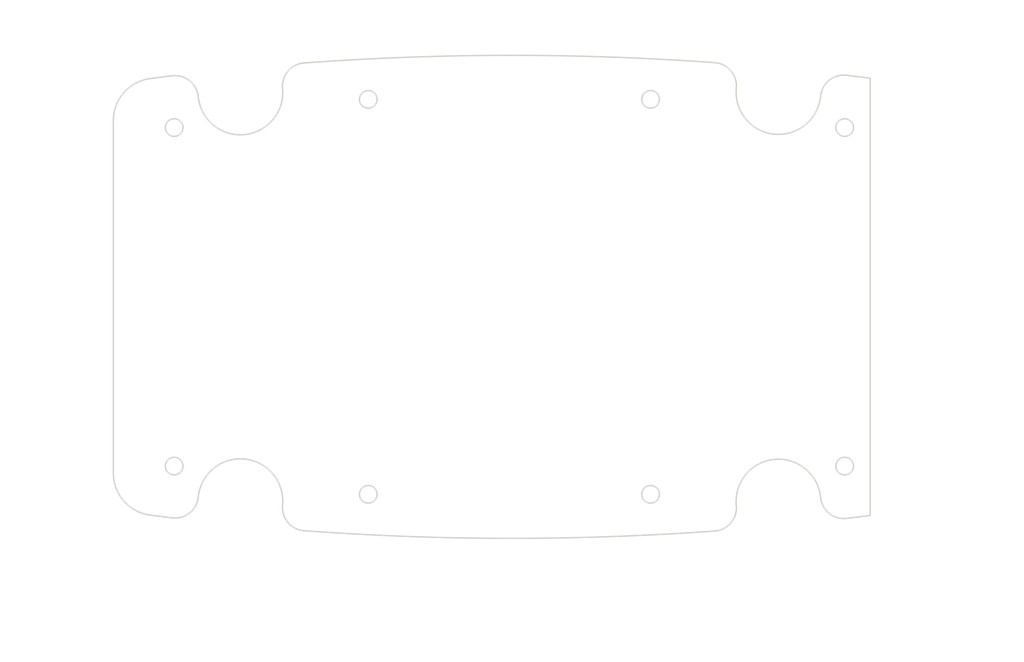
<source format=kicad_pcb>
(kicad_pcb (version 20171130) (host pcbnew "(5.1.0)-1")

  (general
    (thickness 1.6)
    (drawings 98)
    (tracks 0)
    (zones 0)
    (modules 0)
    (nets 1)
  )

  (page A4)
  (layers
    (0 F.Cu signal)
    (31 B.Cu signal)
    (32 B.Adhes user)
    (33 F.Adhes user)
    (34 B.Paste user)
    (35 F.Paste user)
    (36 B.SilkS user)
    (37 F.SilkS user)
    (38 B.Mask user)
    (39 F.Mask user)
    (40 Dwgs.User user)
    (41 Cmts.User user)
    (42 Eco1.User user)
    (43 Eco2.User user)
    (44 Edge.Cuts user)
    (45 Margin user)
    (46 B.CrtYd user)
    (47 F.CrtYd user)
    (48 B.Fab user)
    (49 F.Fab user)
  )

  (setup
    (last_trace_width 0.25)
    (trace_clearance 0.2)
    (zone_clearance 0.508)
    (zone_45_only no)
    (trace_min 0.2)
    (via_size 0.8)
    (via_drill 0.4)
    (via_min_size 0.4)
    (via_min_drill 0.3)
    (uvia_size 0.3)
    (uvia_drill 0.1)
    (uvias_allowed no)
    (uvia_min_size 0.2)
    (uvia_min_drill 0.1)
    (edge_width 0.05)
    (segment_width 0.2)
    (pcb_text_width 0.3)
    (pcb_text_size 1.5 1.5)
    (mod_edge_width 0.12)
    (mod_text_size 1 1)
    (mod_text_width 0.15)
    (pad_size 1.524 1.524)
    (pad_drill 0.762)
    (pad_to_mask_clearance 0.051)
    (solder_mask_min_width 0.25)
    (aux_axis_origin 0 0)
    (visible_elements FFFFFF7F)
    (pcbplotparams
      (layerselection 0x010fc_ffffffff)
      (usegerberextensions false)
      (usegerberattributes false)
      (usegerberadvancedattributes false)
      (creategerberjobfile false)
      (excludeedgelayer true)
      (linewidth 0.152400)
      (plotframeref false)
      (viasonmask false)
      (mode 1)
      (useauxorigin false)
      (hpglpennumber 1)
      (hpglpenspeed 20)
      (hpglpendiameter 15.000000)
      (psnegative false)
      (psa4output false)
      (plotreference true)
      (plotvalue true)
      (plotinvisibletext false)
      (padsonsilk false)
      (subtractmaskfromsilk false)
      (outputformat 1)
      (mirror false)
      (drillshape 1)
      (scaleselection 1)
      (outputdirectory ""))
  )

  (net 0 "")

  (net_class Default "This is the default net class."
    (clearance 0.2)
    (trace_width 0.25)
    (via_dia 0.8)
    (via_drill 0.4)
    (uvia_dia 0.3)
    (uvia_drill 0.1)
  )

  (gr_circle (center 96.160195 66.496648) (end 97.410195 66.496648) (layer Edge.Cuts) (width 0.2))
  (gr_circle (center 123.660195 62.496648) (end 124.910195 62.496648) (layer Edge.Cuts) (width 0.2))
  (gr_circle (center 163.660195 62.496648) (end 164.910195 62.496648) (layer Edge.Cuts) (width 0.2))
  (gr_circle (center 191.160195 66.496648) (end 192.410195 66.496648) (layer Edge.Cuts) (width 0.2))
  (gr_circle (center 96.160195 114.496648) (end 97.410195 114.496648) (layer Edge.Cuts) (width 0.2))
  (gr_circle (center 123.660195 118.496648) (end 124.910195 118.496648) (layer Edge.Cuts) (width 0.2))
  (gr_circle (center 163.660195 118.496648) (end 164.910195 118.496648) (layer Edge.Cuts) (width 0.2))
  (gr_circle (center 191.160195 114.496648) (end 192.410195 114.496648) (layer Edge.Cuts) (width 0.2))
  (gr_arc (start 143.967921 -274.759335) (end 114.557741 123.656642) (angle -8.354137156) (layer Edge.Cuts) (width 0.2))
  (gr_arc (start 114.800679 120.365597) (end 111.516242 120.045475) (angle -91.34502699) (layer Edge.Cuts) (width 0.2))
  (gr_arc (start 105.54454 119.463436) (end 111.516242 120.045475) (angle -180) (layer Edge.Cuts) (width 0.2))
  (gr_arc (start 96.288401 118.561276) (end 95.891272 121.837293) (angle -91.34502699) (layer Edge.Cuts) (width 0.2))
  (gr_arc (start 143.967921 -274.759335) (end 92.775695 121.447184) (angle -0.4503223373) (layer Edge.Cuts) (width 0.2))
  (gr_arc (start 93.54454 115.496648) (end 87.54454 115.496648) (angle -82.63783396) (layer Edge.Cuts) (width 0.2))
  (gr_line (start 87.54454 65.496648) (end 87.54454 115.496648) (layer Edge.Cuts) (width 0.2))
  (gr_arc (start 93.54454 65.496648) (end 92.775695 59.546112) (angle -82.63783396) (layer Edge.Cuts) (width 0.2))
  (gr_arc (start 143.967921 455.75263) (end 95.891272 59.156003) (angle -0.4503223373) (layer Edge.Cuts) (width 0.2))
  (gr_arc (start 96.288401 62.43202) (end 99.572837 62.111899) (angle -91.34502699) (layer Edge.Cuts) (width 0.2))
  (gr_arc (start 172.518314 120.410647) (end 172.756114 123.702068) (angle -91.34502699) (layer Edge.Cuts) (width 0.2))
  (gr_arc (start 181.77585 119.522937) (end 187.748454 118.950221) (angle -180) (layer Edge.Cuts) (width 0.2))
  (gr_arc (start 191.033386 118.635227) (end 187.748454 118.950221) (angle -91.34502699) (layer Edge.Cuts) (width 0.2))
  (gr_arc (start 143.967921 -274.759335) (end 191.4254 121.911861) (angle -0.4841945121) (layer Edge.Cuts) (width 0.2))
  (gr_line (start 194.77585 121.496648) (end 194.77585 59.496648) (layer Edge.Cuts) (width 0.2))
  (gr_arc (start 143.967921 455.75263) (end 194.77585 59.496648) (angle -0.4841945121) (layer Edge.Cuts) (width 0.2))
  (gr_arc (start 191.033386 62.358069) (end 191.4254 59.081436) (angle -91.34502699) (layer Edge.Cuts) (width 0.2))
  (gr_arc (start 181.77585 61.470359) (end 175.803246 60.897643) (angle -180) (layer Edge.Cuts) (width 0.2))
  (gr_arc (start 172.518314 60.582649) (end 175.803246 60.897643) (angle -91.34502699) (layer Edge.Cuts) (width 0.2))
  (gr_arc (start 143.967921 455.75263) (end 172.756114 57.291228) (angle -8.354137156) (layer Edge.Cuts) (width 0.2))
  (gr_arc (start 114.800679 60.627699) (end 114.557741 57.336654) (angle -91.34502699) (layer Edge.Cuts) (width 0.2))
  (gr_arc (start 105.54454 61.52986) (end 99.572837 62.111899) (angle -180) (layer Edge.Cuts) (width 0.2))
  (gr_text [.34] (at 81.711116 111.430849) (layer Dwgs.User)
    (effects (font (size 2 1.8) (thickness 0.25)))
  )
  (gr_text " 8.62" (at 81.711116 107.527985) (layer Dwgs.User)
    (effects (font (size 2 1.8) (thickness 0.25)))
  )
  (gr_line (start 87.54454 109.34913) (end 85.54454 109.34913) (layer Dwgs.User) (width 0.2))
  (gr_line (start 94.160195 109.34913) (end 89.54454 109.34913) (layer Dwgs.User) (width 0.2))
  (gr_line (start 96.160195 113.496648) (end 96.160195 106.17413) (layer Dwgs.User) (width 0.2))
  (gr_text [1.08] (at 177.410195 133.767616) (layer Dwgs.User)
    (effects (font (size 2 1.8) (thickness 0.25)))
  )
  (gr_text " 27.50" (at 177.410195 129.864751) (layer Dwgs.User)
    (effects (font (size 2 1.8) (thickness 0.25)))
  )
  (gr_line (start 165.660195 131.685897) (end 172.793005 131.685897) (layer Dwgs.User) (width 0.2))
  (gr_line (start 189.160195 131.685897) (end 182.027385 131.685897) (layer Dwgs.User) (width 0.2))
  (gr_line (start 163.660195 119.496648) (end 163.660195 134.860897) (layer Dwgs.User) (width 0.2))
  (gr_line (start 191.160195 115.496648) (end 191.160195 134.860897) (layer Dwgs.User) (width 0.2))
  (gr_text [2.20] (at 155.051688 92.054116) (layer Dwgs.User)
    (effects (font (size 2 1.8) (thickness 0.25)))
  )
  (gr_text " 56.00" (at 155.051688 88.151251) (layer Dwgs.User)
    (effects (font (size 2 1.8) (thickness 0.25)))
  )
  (gr_line (start 155.051688 116.496648) (end 155.051688 93.875262) (layer Dwgs.User) (width 0.2))
  (gr_line (start 155.051688 64.496648) (end 155.051688 86.069532) (layer Dwgs.User) (width 0.2))
  (gr_line (start 162.660195 118.496648) (end 151.876688 118.496648) (layer Dwgs.User) (width 0.2))
  (gr_line (start 162.660195 62.496648) (end 151.876688 62.496648) (layer Dwgs.User) (width 0.2))
  (gr_text [1.89] (at 80.705904 92.578367) (layer Dwgs.User)
    (effects (font (size 2 1.8) (thickness 0.25)))
  )
  (gr_text " 48.00" (at 80.705904 88.675502) (layer Dwgs.User)
    (effects (font (size 2 1.8) (thickness 0.25)))
  )
  (gr_line (start 80.705904 112.496648) (end 80.705904 94.399513) (layer Dwgs.User) (width 0.2))
  (gr_line (start 80.705904 68.496648) (end 80.705904 86.593783) (layer Dwgs.User) (width 0.2))
  (gr_line (start 95.160195 114.496648) (end 77.530904 114.496648) (layer Dwgs.User) (width 0.2))
  (gr_line (start 95.160195 66.496648) (end 77.530904 66.496648) (layer Dwgs.User) (width 0.2))
  (gr_text [1.57] (at 143.660195 133.66722) (layer Dwgs.User)
    (effects (font (size 2 1.8) (thickness 0.25)))
  )
  (gr_text " 40.00" (at 143.660195 129.764355) (layer Dwgs.User)
    (effects (font (size 2 1.8) (thickness 0.25)))
  )
  (gr_line (start 161.660195 131.585501) (end 148.277385 131.585501) (layer Dwgs.User) (width 0.2))
  (gr_line (start 125.660195 131.585501) (end 139.043005 131.585501) (layer Dwgs.User) (width 0.2))
  (gr_line (start 163.660195 119.496648) (end 163.660195 134.760501) (layer Dwgs.User) (width 0.2))
  (gr_line (start 123.660195 119.496648) (end 123.660195 134.760501) (layer Dwgs.User) (width 0.2))
  (gr_text [1.08] (at 109.910195 133.674409) (layer Dwgs.User)
    (effects (font (size 2 1.8) (thickness 0.25)))
  )
  (gr_text " 27.50" (at 109.910195 129.771544) (layer Dwgs.User)
    (effects (font (size 2 1.8) (thickness 0.25)))
  )
  (gr_line (start 121.660195 131.59269) (end 114.527385 131.59269) (layer Dwgs.User) (width 0.2))
  (gr_line (start 98.160195 131.59269) (end 105.293005 131.59269) (layer Dwgs.User) (width 0.2))
  (gr_line (start 123.660195 119.496648) (end 123.660195 134.76769) (layer Dwgs.User) (width 0.2))
  (gr_line (start 96.160195 115.496648) (end 96.160195 134.76769) (layer Dwgs.User) (width 0.2))
  (gr_text [R0.13] (at 103.505928 54.152728) (layer Dwgs.User)
    (effects (font (size 2 1.8) (thickness 0.25)))
  )
  (gr_text " R3.30" (at 103.505928 50.249181) (layer Dwgs.User)
    (effects (font (size 2 1.8) (thickness 0.25)))
  )
  (gr_line (start 110.624482 52.071009) (end 112.476044 55.86471) (layer Dwgs.User) (width 0.2))
  (gr_line (start 108.624482 52.071009) (end 110.624482 52.071009) (layer Dwgs.User) (width 0.2))
  (gr_line (start 123.660195 62.586648) (end 123.660195 62.406648) (layer Dwgs.User) (width 0.2))
  (gr_line (start 123.570195 62.496648) (end 123.750195 62.496648) (layer Dwgs.User) (width 0.2))
  (gr_text " 8X ∅2.50\n[∅0.10]" (at 135.708486 51.62575) (layer Dwgs.User)
    (effects (font (size 2 1.8) (thickness 0.25)))
  )
  (gr_line (start 126.573043 51.62575) (end 124.501357 59.357389) (layer Dwgs.User) (width 0.2))
  (gr_line (start 128.684748 51.62575) (end 126.573043 51.62575) (layer Dwgs.User) (width 0.2))
  (gr_text [2.70] (at 143.538221 92.078428) (layer Dwgs.User)
    (effects (font (size 2 1.8) (thickness 0.25)))
  )
  (gr_text " 68.49" (at 143.538221 88.175563) (layer Dwgs.User)
    (effects (font (size 2 1.8) (thickness 0.25)))
  )
  (gr_line (start 143.538221 122.740665) (end 143.538221 93.899574) (layer Dwgs.User) (width 0.2))
  (gr_line (start 143.538221 58.252753) (end 143.538221 86.093844) (layer Dwgs.User) (width 0.2))
  (gr_text [R0.24] (at 118.341341 76.621581) (layer Dwgs.User)
    (effects (font (size 2 1.8) (thickness 0.25)))
  )
  (gr_text " R6.00" (at 118.341341 72.718716) (layer Dwgs.User)
    (effects (font (size 2 1.8) (thickness 0.25)))
  )
  (gr_line (start 111.222788 74.539862) (end 108.744643 68.861936) (layer Dwgs.User) (width 0.2))
  (gr_line (start 113.222788 74.539862) (end 111.222788 74.539862) (layer Dwgs.User) (width 0.2))
  (gr_text [R0.24] (at 76.776926 59.825569) (layer Dwgs.User)
    (effects (font (size 2 1.8) (thickness 0.25)))
  )
  (gr_text " R6.00" (at 76.776926 55.922705) (layer Dwgs.User)
    (effects (font (size 2 1.8) (thickness 0.25)))
  )
  (gr_line (start 83.89548 57.74385) (end 87.308181 60.485877) (layer Dwgs.User) (width 0.2))
  (gr_line (start 81.89548 57.74385) (end 83.89548 57.74385) (layer Dwgs.User) (width 0.2))
  (gr_text [2.44] (at 211.841088 93.018595) (layer Dwgs.User)
    (effects (font (size 2 1.8) (thickness 0.25)))
  )
  (gr_text " 62.00" (at 211.841088 89.11573) (layer Dwgs.User)
    (effects (font (size 2 1.8) (thickness 0.25)))
  )
  (gr_line (start 211.841088 61.496648) (end 211.841088 87.034011) (layer Dwgs.User) (width 0.2))
  (gr_line (start 211.841088 119.496648) (end 211.841088 94.839741) (layer Dwgs.User) (width 0.2))
  (gr_line (start 195.77585 59.496648) (end 215.016088 59.496648) (layer Dwgs.User) (width 0.2))
  (gr_line (start 195.77585 121.496648) (end 215.016088 121.496648) (layer Dwgs.User) (width 0.2))
  (gr_text [4.22] (at 140.660195 140.686914) (layer Dwgs.User)
    (effects (font (size 2 1.8) (thickness 0.25)))
  )
  (gr_text " 107.23" (at 140.660195 136.783367) (layer Dwgs.User)
    (effects (font (size 2 1.8) (thickness 0.25)))
  )
  (gr_line (start 192.77585 138.605195) (end 146.057739 138.605195) (layer Dwgs.User) (width 0.2))
  (gr_line (start 89.54454 138.605195) (end 135.262651 138.605195) (layer Dwgs.User) (width 0.2))
  (gr_line (start 194.77585 122.496648) (end 194.77585 141.780195) (layer Dwgs.User) (width 0.2))
  (gr_line (start 87.54454 116.496648) (end 87.54454 141.780195) (layer Dwgs.User) (width 0.2))

)

</source>
